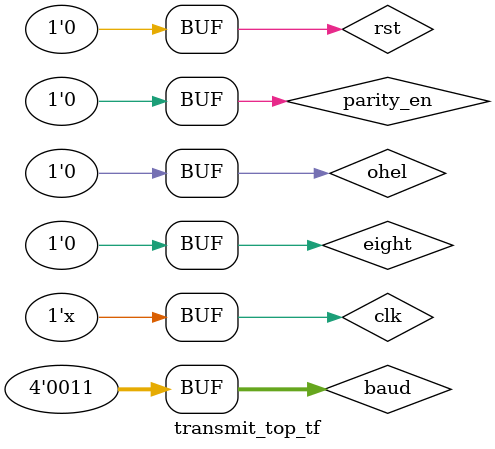
<source format=v>
`timescale 1ns / 1ps

module transmit_top_tf;

	// Inputs
	reg clk;
	reg rst;
	reg [3:0] baud;
	reg eight;
	reg parity_en;
	reg ohel;

	// Outputs
	wire Tx;
	wire [15:0] led;

	// Instantiate the Unit Under Test (UUT)
	transmit_top uut (
		.clk(clk),
		.rst(rst),
		.baud(baud),
		.eight(eight),
		.parity_en(parity_en),
		.ohel(ohel),
		.Tx(Tx),
		.led(led)
	);

   always #5 clk = ~clk;

	initial begin
		// Initialize Inputs
		clk = 0;
		rst = 1;
		baud = 1011;
		eight = 0;
		parity_en = 0;
		ohel = 0;

		// Wait 100 ns for global reset to finish
		#100;

      rst = 0;


		// Add stimulus here

	end

endmodule

</source>
